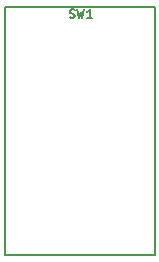
<source format=gto>
G04 #@! TF.FileFunction,Legend,Top*
%FSLAX46Y46*%
G04 Gerber Fmt 4.6, Leading zero omitted, Abs format (unit mm)*
G04 Created by KiCad (PCBNEW 4.0.4-1.fc24-product) date Thu Jun  7 15:39:17 2018*
%MOMM*%
%LPD*%
G01*
G04 APERTURE LIST*
%ADD10C,0.100000*%
%ADD11C,0.150000*%
G04 APERTURE END LIST*
D10*
D11*
X149850000Y-83000000D02*
X137150000Y-83000000D01*
X137150000Y-83000000D02*
X137150000Y-104000000D01*
X137150000Y-104000000D02*
X149850000Y-104000000D01*
X149850000Y-104000000D02*
X149850000Y-83000000D01*
X142666666Y-83883333D02*
X142766666Y-83916667D01*
X142933333Y-83916667D01*
X143000000Y-83883333D01*
X143033333Y-83850000D01*
X143066666Y-83783333D01*
X143066666Y-83716667D01*
X143033333Y-83650000D01*
X143000000Y-83616667D01*
X142933333Y-83583333D01*
X142800000Y-83550000D01*
X142733333Y-83516667D01*
X142700000Y-83483333D01*
X142666666Y-83416667D01*
X142666666Y-83350000D01*
X142700000Y-83283333D01*
X142733333Y-83250000D01*
X142800000Y-83216667D01*
X142966666Y-83216667D01*
X143066666Y-83250000D01*
X143300000Y-83216667D02*
X143466667Y-83916667D01*
X143600000Y-83416667D01*
X143733333Y-83916667D01*
X143900000Y-83216667D01*
X144533333Y-83916667D02*
X144133333Y-83916667D01*
X144333333Y-83916667D02*
X144333333Y-83216667D01*
X144266667Y-83316667D01*
X144200000Y-83383333D01*
X144133333Y-83416667D01*
M02*

</source>
